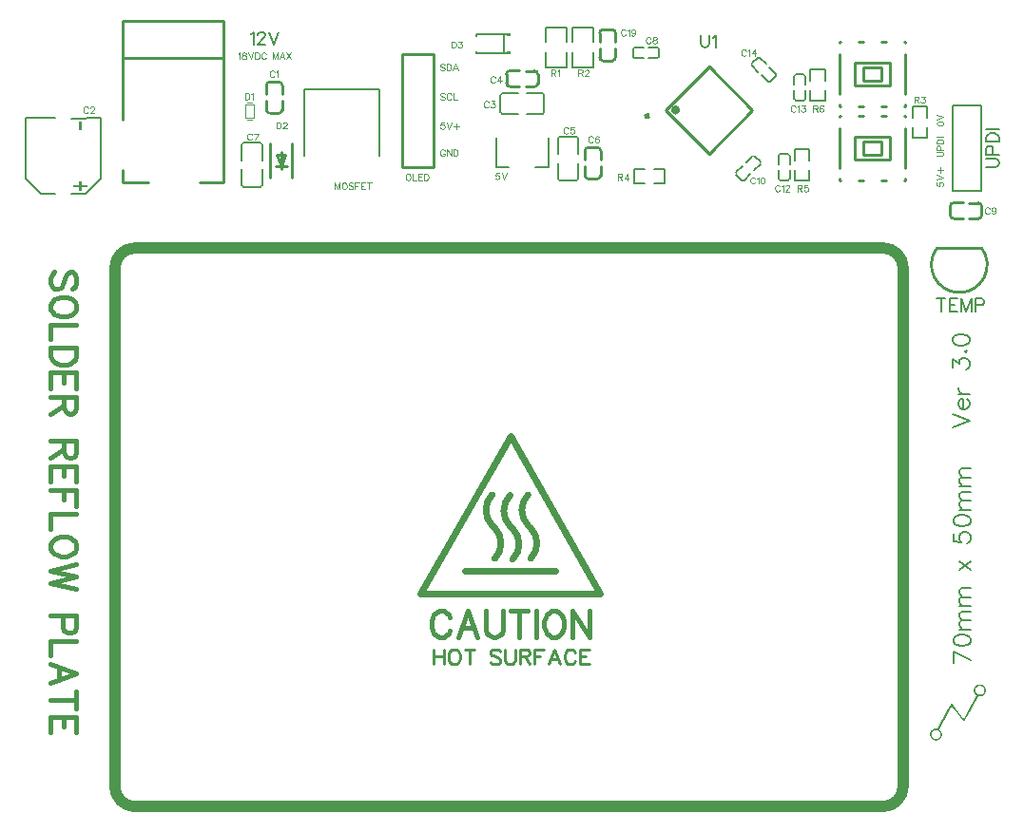
<source format=gto>
G04 Layer: TopSilkscreenLayer*
G04 EasyEDA v6.4.32, 2022-03-04 17:10:02*
G04 9e068ee103114b4da440d1e05eba0729,9b295ca1ffa148ecaf4cbe0d9ff7b9be,10*
G04 Gerber Generator version 0.2*
G04 Scale: 100 percent, Rotated: No, Reflected: No *
G04 Dimensions in inches *
G04 leading zeros omitted , absolute positions ,3 integer and 6 decimal *
%FSLAX36Y36*%
%MOIN*%

%ADD10C,0.0100*%
%ADD11C,0.0157*%
%ADD12C,0.0394*%
%ADD39C,0.0236*%
%ADD40C,0.0060*%
%ADD41C,0.0080*%
%ADD42C,0.0080*%
%ADD43C,0.0039*%
%ADD44C,0.0032*%
%ADD45C,0.0118*%
%ADD46C,0.0094*%
%ADD47C,0.0079*%
%ADD48C,0.0059*%

%LPD*%
G36*
X3379140Y507879D02*
G01*
X3377200Y507800D01*
X3375260Y507540D01*
X3373360Y507120D01*
X3371500Y506520D01*
X3369680Y505740D01*
X3367940Y504799D01*
X3366280Y503700D01*
X3364740Y502420D01*
X3363279Y500980D01*
X3361960Y499360D01*
X3360779Y497560D01*
X3359740Y495600D01*
X3358960Y493660D01*
X3358440Y491719D01*
X3358180Y489560D01*
X3358106Y486740D01*
X3363620Y486740D01*
X3363740Y488920D01*
X3364120Y490980D01*
X3364740Y492900D01*
X3365580Y494680D01*
X3366640Y496300D01*
X3367880Y497740D01*
X3369320Y499000D01*
X3370940Y500060D01*
X3372720Y500920D01*
X3374640Y501540D01*
X3376700Y501940D01*
X3378880Y502080D01*
X3381120Y501960D01*
X3383240Y501599D01*
X3385220Y500980D01*
X3387040Y500160D01*
X3388700Y499120D01*
X3390200Y497879D01*
X3391500Y496460D01*
X3392580Y494880D01*
X3393460Y493120D01*
X3394100Y491220D01*
X3394500Y489200D01*
X3394640Y487040D01*
X3394520Y484880D01*
X3394160Y482819D01*
X3393540Y480900D01*
X3392700Y479120D01*
X3391640Y477500D01*
X3390380Y476040D01*
X3388940Y474780D01*
X3387320Y473720D01*
X3385560Y472860D01*
X3383620Y472239D01*
X3381580Y471840D01*
X3379400Y471719D01*
X3377700Y471780D01*
X3375940Y472000D01*
X3374340Y472320D01*
X3373100Y472700D01*
X3370980Y473760D01*
X3369100Y475060D01*
X3367480Y476560D01*
X3366120Y478260D01*
X3365059Y480140D01*
X3364280Y482200D01*
X3363800Y484400D01*
X3363620Y486740D01*
X3358106Y486740D01*
X3358200Y484560D01*
X3358480Y482380D01*
X3358960Y480340D01*
X3359640Y478420D01*
X3360539Y476580D01*
X3361680Y474840D01*
X3363039Y473140D01*
X3364640Y471460D01*
X3367820Y468400D01*
X3333860Y406280D01*
X3322940Y386540D01*
X3322679Y386719D01*
X3321200Y388459D01*
X3314940Y396640D01*
X3305560Y409340D01*
X3287220Y434460D01*
X3282740Y440340D01*
X3282020Y440660D01*
X3281640Y440660D01*
X3281220Y440540D01*
X3280220Y439760D01*
X3278860Y438080D01*
X3277020Y435280D01*
X3271259Y425400D01*
X3261820Y408300D01*
X3231640Y353020D01*
X3223039Y353040D01*
X3220760Y352780D01*
X3218740Y352260D01*
X3216560Y351360D01*
X3213540Y349660D01*
X3210720Y347500D01*
X3208360Y345080D01*
X3206720Y342660D01*
X3206080Y341180D01*
X3205560Y339440D01*
X3205160Y337520D01*
X3204880Y335480D01*
X3204728Y332180D01*
X3209720Y332180D01*
X3209860Y334320D01*
X3210240Y336340D01*
X3210860Y338240D01*
X3211720Y339980D01*
X3212780Y341580D01*
X3214040Y343020D01*
X3215480Y344280D01*
X3217100Y345319D01*
X3218880Y346180D01*
X3220800Y346800D01*
X3222840Y347200D01*
X3225000Y347320D01*
X3228200Y347100D01*
X3231060Y346360D01*
X3233700Y345060D01*
X3236220Y343160D01*
X3237840Y341440D01*
X3239080Y339440D01*
X3239980Y337260D01*
X3240520Y334920D01*
X3240720Y332520D01*
X3240580Y330100D01*
X3240120Y327700D01*
X3239340Y325420D01*
X3238260Y323300D01*
X3236860Y321400D01*
X3235160Y319780D01*
X3233180Y318500D01*
X3230160Y317460D01*
X3226640Y316960D01*
X3223180Y317060D01*
X3220280Y317780D01*
X3217799Y319000D01*
X3215659Y320379D01*
X3213840Y321920D01*
X3212360Y323640D01*
X3211200Y325520D01*
X3210380Y327560D01*
X3209880Y329780D01*
X3209720Y332180D01*
X3204728Y332180D01*
X3204860Y329219D01*
X3205140Y327299D01*
X3205620Y325360D01*
X3206340Y323500D01*
X3207260Y321719D01*
X3208340Y320060D01*
X3209620Y318500D01*
X3211040Y317040D01*
X3212600Y315740D01*
X3214280Y314560D01*
X3216060Y313540D01*
X3217940Y312680D01*
X3219900Y311980D01*
X3221900Y311480D01*
X3223960Y311140D01*
X3226019Y311020D01*
X3228120Y311120D01*
X3230200Y311420D01*
X3232860Y312140D01*
X3235340Y313160D01*
X3237620Y314480D01*
X3239680Y316040D01*
X3241480Y317840D01*
X3243039Y319900D01*
X3244300Y322140D01*
X3245240Y324600D01*
X3245840Y326780D01*
X3246240Y328920D01*
X3246440Y331040D01*
X3246460Y333100D01*
X3246280Y335120D01*
X3245920Y337080D01*
X3245360Y339000D01*
X3244640Y340840D01*
X3243700Y342620D01*
X3242600Y344320D01*
X3241320Y345940D01*
X3239860Y347480D01*
X3236740Y350460D01*
X3270520Y412200D01*
X3279480Y428420D01*
X3281420Y431800D01*
X3281660Y431659D01*
X3285460Y426980D01*
X3292840Y417200D01*
X3311160Y392120D01*
X3319700Y380700D01*
X3321240Y379200D01*
X3322640Y378540D01*
X3323980Y378740D01*
X3325360Y379720D01*
X3326960Y382320D01*
X3335920Y398220D01*
X3349800Y423519D01*
X3372919Y466000D01*
X3378440Y465959D01*
X3380840Y466019D01*
X3383100Y466300D01*
X3385240Y466740D01*
X3387260Y467400D01*
X3389160Y468260D01*
X3390960Y469320D01*
X3392660Y470580D01*
X3394280Y472060D01*
X3396440Y474700D01*
X3398340Y477879D01*
X3399660Y481019D01*
X3400380Y484960D01*
X3400600Y485360D01*
X3401139Y485620D01*
X3401360Y485920D01*
X3401560Y486900D01*
X3401360Y487879D01*
X3401139Y488160D01*
X3400600Y488420D01*
X3400380Y488840D01*
X3400040Y491200D01*
X3399700Y492560D01*
X3398540Y495600D01*
X3397500Y497560D01*
X3396320Y499360D01*
X3395000Y500980D01*
X3393540Y502420D01*
X3391980Y503700D01*
X3390320Y504799D01*
X3388600Y505740D01*
X3386780Y506520D01*
X3384920Y507120D01*
X3383020Y507540D01*
X3381080Y507800D01*
G37*
D46*
X1464614Y630446D02*
G01*
X1464614Y577847D01*
X1499614Y630446D02*
G01*
X1499614Y577847D01*
X1464614Y605347D02*
G01*
X1499614Y605347D01*
X1531214Y630446D02*
G01*
X1526214Y627946D01*
X1521214Y622946D01*
X1518714Y617847D01*
X1516214Y610347D01*
X1516214Y597847D01*
X1518714Y590347D01*
X1521214Y585347D01*
X1526214Y580347D01*
X1531214Y577847D01*
X1541214Y577847D01*
X1546214Y580347D01*
X1551214Y585347D01*
X1553714Y590347D01*
X1556314Y597847D01*
X1556314Y610347D01*
X1553714Y617847D01*
X1551214Y622946D01*
X1546214Y627946D01*
X1541214Y630446D01*
X1531214Y630446D01*
X1590313Y630446D02*
G01*
X1590313Y577847D01*
X1572813Y630446D02*
G01*
X1607914Y630446D01*
X1698113Y622946D02*
G01*
X1693014Y627946D01*
X1685514Y630446D01*
X1675514Y630446D01*
X1668014Y627946D01*
X1663014Y622946D01*
X1663014Y617847D01*
X1665514Y612847D01*
X1668014Y610347D01*
X1673014Y607847D01*
X1688014Y602847D01*
X1693014Y600347D01*
X1695514Y597847D01*
X1698113Y592847D01*
X1698113Y585347D01*
X1693014Y580347D01*
X1685514Y577847D01*
X1675514Y577847D01*
X1668014Y580347D01*
X1663014Y585347D01*
X1714614Y630446D02*
G01*
X1714614Y592847D01*
X1717114Y585347D01*
X1722114Y580347D01*
X1729614Y577847D01*
X1734614Y577847D01*
X1742114Y580347D01*
X1747214Y585347D01*
X1749714Y592847D01*
X1749714Y630446D01*
X1766214Y630446D02*
G01*
X1766214Y577847D01*
X1766214Y630446D02*
G01*
X1788714Y630446D01*
X1796314Y627946D01*
X1798814Y625446D01*
X1801314Y620446D01*
X1801314Y615347D01*
X1798814Y610347D01*
X1796314Y607847D01*
X1788714Y605347D01*
X1766214Y605347D01*
X1783714Y605347D02*
G01*
X1801314Y577847D01*
X1817813Y630446D02*
G01*
X1817813Y577847D01*
X1817813Y630446D02*
G01*
X1850414Y630446D01*
X1817813Y605347D02*
G01*
X1837914Y605347D01*
X1887013Y630446D02*
G01*
X1866913Y577847D01*
X1887013Y630446D02*
G01*
X1907013Y577847D01*
X1874413Y595347D02*
G01*
X1899513Y595347D01*
X1961113Y617847D02*
G01*
X1958613Y622946D01*
X1953613Y627946D01*
X1948613Y630446D01*
X1938613Y630446D01*
X1933613Y627946D01*
X1928513Y622946D01*
X1926013Y617847D01*
X1923513Y610347D01*
X1923513Y597847D01*
X1926013Y590347D01*
X1928513Y585347D01*
X1933613Y580347D01*
X1938613Y577847D01*
X1948613Y577847D01*
X1953613Y580347D01*
X1958613Y585347D01*
X1961113Y590347D01*
X1977713Y630446D02*
G01*
X1977713Y577847D01*
X1977713Y630446D02*
G01*
X2010213Y630446D01*
X1977713Y605347D02*
G01*
X1997713Y605347D01*
X1977713Y577847D02*
G01*
X2010213Y577847D01*
D11*
X1521135Y743144D02*
G01*
X1516835Y751745D01*
X1508235Y760345D01*
X1499634Y764645D01*
X1482434Y764645D01*
X1473834Y760345D01*
X1465235Y751745D01*
X1461035Y743144D01*
X1456734Y730244D01*
X1456734Y708845D01*
X1461035Y695945D01*
X1465235Y687345D01*
X1473834Y678744D01*
X1482434Y674445D01*
X1499634Y674445D01*
X1508235Y678744D01*
X1516835Y687345D01*
X1521135Y695945D01*
X1583834Y764645D02*
G01*
X1549435Y674445D01*
X1583834Y764645D02*
G01*
X1618135Y674445D01*
X1562335Y704544D02*
G01*
X1605334Y704544D01*
X1646535Y764645D02*
G01*
X1646535Y700244D01*
X1650834Y687345D01*
X1659435Y678744D01*
X1672335Y674445D01*
X1680934Y674445D01*
X1693734Y678744D01*
X1702335Y687345D01*
X1706634Y700244D01*
X1706634Y764645D01*
X1765034Y764645D02*
G01*
X1765034Y674445D01*
X1735034Y764645D02*
G01*
X1795135Y764645D01*
X1823434Y764645D02*
G01*
X1823434Y674445D01*
X1877635Y764645D02*
G01*
X1869035Y760345D01*
X1860434Y751745D01*
X1856135Y743144D01*
X1851835Y730244D01*
X1851835Y708845D01*
X1856135Y695945D01*
X1860434Y687345D01*
X1869035Y678744D01*
X1877635Y674445D01*
X1894735Y674445D01*
X1903334Y678744D01*
X1911935Y687345D01*
X1916234Y695945D01*
X1920534Y708845D01*
X1920534Y730244D01*
X1916234Y743144D01*
X1911935Y751745D01*
X1903334Y760345D01*
X1894735Y764645D01*
X1877635Y764645D01*
X1948935Y764645D02*
G01*
X1948935Y674445D01*
X1948935Y764645D02*
G01*
X2009035Y674445D01*
X2009035Y764645D02*
G01*
X2009035Y674445D01*
D47*
X3282899Y1409499D02*
G01*
X3343000Y1432399D01*
X3282899Y1455300D02*
G01*
X3343000Y1432399D01*
X3320100Y1474200D02*
G01*
X3320100Y1508499D01*
X3314399Y1508499D01*
X3308699Y1505700D01*
X3305799Y1502800D01*
X3302899Y1497100D01*
X3302899Y1488499D01*
X3305799Y1482699D01*
X3311499Y1476999D01*
X3320100Y1474200D01*
X3325799Y1474200D01*
X3334399Y1476999D01*
X3340200Y1482699D01*
X3343000Y1488499D01*
X3343000Y1497100D01*
X3340200Y1502800D01*
X3334399Y1508499D01*
X3302899Y1527399D02*
G01*
X3343000Y1527399D01*
X3320100Y1527399D02*
G01*
X3311499Y1530300D01*
X3305799Y1535999D01*
X3302899Y1541700D01*
X3302899Y1550300D01*
X3282899Y1619000D02*
G01*
X3282899Y1650500D01*
X3305799Y1633400D01*
X3305799Y1641900D01*
X3308699Y1647699D01*
X3311499Y1650500D01*
X3320100Y1653400D01*
X3325799Y1653400D01*
X3334399Y1650500D01*
X3340200Y1644800D01*
X3343000Y1636199D01*
X3343000Y1627600D01*
X3340200Y1619000D01*
X3337299Y1616199D01*
X3331599Y1613299D01*
X3328699Y1675199D02*
G01*
X3331599Y1672300D01*
X3334399Y1675199D01*
X3331599Y1678000D01*
X3328699Y1675199D01*
X3282899Y1714099D02*
G01*
X3285699Y1705500D01*
X3294300Y1699800D01*
X3308699Y1696900D01*
X3317200Y1696900D01*
X3331599Y1699800D01*
X3340200Y1705500D01*
X3343000Y1714099D01*
X3343000Y1719800D01*
X3340200Y1728400D01*
X3331599Y1734099D01*
X3317200Y1736999D01*
X3308699Y1736999D01*
X3294300Y1734099D01*
X3285699Y1728400D01*
X3282899Y1719800D01*
X3282899Y1714099D01*
X3286855Y622719D02*
G01*
X3346956Y594119D01*
X3286855Y582719D02*
G01*
X3286855Y622719D01*
X3286855Y658818D02*
G01*
X3289656Y650219D01*
X3298256Y644519D01*
X3312556Y641619D01*
X3321156Y641619D01*
X3335456Y644519D01*
X3344056Y650219D01*
X3346956Y658818D01*
X3346956Y664618D01*
X3344056Y673119D01*
X3335456Y678919D01*
X3321156Y681718D01*
X3312556Y681718D01*
X3298256Y678919D01*
X3289656Y673119D01*
X3286855Y664618D01*
X3286855Y658818D01*
X3306855Y700619D02*
G01*
X3346956Y700619D01*
X3318356Y700619D02*
G01*
X3309755Y709218D01*
X3306855Y714918D01*
X3306855Y723519D01*
X3309755Y729319D01*
X3318356Y732118D01*
X3346956Y732118D01*
X3318356Y732118D02*
G01*
X3309755Y740718D01*
X3306855Y746419D01*
X3306855Y755019D01*
X3309755Y760819D01*
X3318356Y763618D01*
X3346956Y763618D01*
X3306855Y782519D02*
G01*
X3346956Y782519D01*
X3318356Y782519D02*
G01*
X3309755Y791118D01*
X3306855Y796819D01*
X3306855Y805419D01*
X3309755Y811219D01*
X3318356Y814018D01*
X3346956Y814018D01*
X3318356Y814018D02*
G01*
X3309755Y822618D01*
X3306855Y828319D01*
X3306855Y836918D01*
X3309755Y842618D01*
X3318356Y845518D01*
X3346956Y845518D01*
X3306855Y908519D02*
G01*
X3346956Y940019D01*
X3306855Y940019D02*
G01*
X3346956Y908519D01*
X3286855Y1037319D02*
G01*
X3286855Y1008719D01*
X3312556Y1005918D01*
X3309755Y1008719D01*
X3306855Y1017319D01*
X3306855Y1025918D01*
X3309755Y1034519D01*
X3315456Y1040219D01*
X3324056Y1043119D01*
X3329755Y1043119D01*
X3338356Y1040219D01*
X3344056Y1034519D01*
X3346956Y1025918D01*
X3346956Y1017319D01*
X3344056Y1008719D01*
X3341256Y1005918D01*
X3335456Y1003018D01*
X3286855Y1079218D02*
G01*
X3289656Y1070619D01*
X3298256Y1064819D01*
X3312556Y1062019D01*
X3321156Y1062019D01*
X3335456Y1064819D01*
X3344056Y1070619D01*
X3346956Y1079218D01*
X3346956Y1084918D01*
X3344056Y1093519D01*
X3335456Y1099218D01*
X3321156Y1102118D01*
X3312556Y1102118D01*
X3298256Y1099218D01*
X3289656Y1093519D01*
X3286855Y1084918D01*
X3286855Y1079218D01*
X3306855Y1121019D02*
G01*
X3346956Y1121019D01*
X3318356Y1121019D02*
G01*
X3309755Y1129519D01*
X3306855Y1135318D01*
X3306855Y1143919D01*
X3309755Y1149618D01*
X3318356Y1152519D01*
X3346956Y1152519D01*
X3318356Y1152519D02*
G01*
X3309755Y1161019D01*
X3306855Y1166819D01*
X3306855Y1175419D01*
X3309755Y1181118D01*
X3318356Y1183919D01*
X3346956Y1183919D01*
X3306855Y1202818D02*
G01*
X3346956Y1202818D01*
X3318356Y1202818D02*
G01*
X3309755Y1211419D01*
X3306855Y1217219D01*
X3306855Y1225819D01*
X3309755Y1231518D01*
X3318356Y1234319D01*
X3346956Y1234319D01*
X3318356Y1234319D02*
G01*
X3309755Y1242919D01*
X3306855Y1248719D01*
X3306855Y1257219D01*
X3309755Y1263018D01*
X3318356Y1265819D01*
X3346956Y1265819D01*
D11*
X198838Y1894960D02*
G01*
X207438Y1903560D01*
X211738Y1916460D01*
X211738Y1933661D01*
X207438Y1946561D01*
X198838Y1955160D01*
X190237Y1955160D01*
X181637Y1950860D01*
X177337Y1946561D01*
X173038Y1937961D01*
X164438Y1912161D01*
X160138Y1903560D01*
X155837Y1899261D01*
X147337Y1894960D01*
X134438Y1894960D01*
X125837Y1903560D01*
X121538Y1916460D01*
X121538Y1933661D01*
X125837Y1946561D01*
X134438Y1955160D01*
X211738Y1840860D02*
G01*
X207438Y1849461D01*
X198838Y1858060D01*
X190237Y1862361D01*
X177337Y1866660D01*
X155837Y1866660D01*
X143038Y1862361D01*
X134438Y1858060D01*
X125837Y1849461D01*
X121538Y1840860D01*
X121538Y1823760D01*
X125837Y1815160D01*
X134438Y1806561D01*
X143038Y1802260D01*
X155837Y1797961D01*
X177337Y1797961D01*
X190237Y1802260D01*
X198838Y1806561D01*
X207438Y1815160D01*
X211738Y1823760D01*
X211738Y1840860D01*
X211738Y1769560D02*
G01*
X121538Y1769560D01*
X121538Y1769560D02*
G01*
X121538Y1718060D01*
X211738Y1689760D02*
G01*
X121538Y1689760D01*
X211738Y1689760D02*
G01*
X211738Y1659661D01*
X207438Y1646761D01*
X198838Y1638161D01*
X190237Y1633861D01*
X177337Y1629560D01*
X155837Y1629560D01*
X143038Y1633861D01*
X134438Y1638161D01*
X125837Y1646761D01*
X121538Y1659661D01*
X121538Y1689760D01*
X211738Y1601260D02*
G01*
X121538Y1601260D01*
X211738Y1601260D02*
G01*
X211738Y1545360D01*
X168737Y1601260D02*
G01*
X168737Y1566860D01*
X121538Y1601260D02*
G01*
X121538Y1545360D01*
X211738Y1517060D02*
G01*
X121538Y1517060D01*
X211738Y1517060D02*
G01*
X211738Y1478360D01*
X207438Y1465560D01*
X203137Y1461260D01*
X194537Y1456961D01*
X185938Y1456961D01*
X177337Y1461260D01*
X173038Y1465560D01*
X168737Y1478360D01*
X168737Y1517060D01*
X168737Y1486961D02*
G01*
X121538Y1456961D01*
X211738Y1362460D02*
G01*
X121538Y1362460D01*
X211738Y1362460D02*
G01*
X211738Y1323760D01*
X207438Y1310860D01*
X203137Y1306561D01*
X194537Y1302260D01*
X185938Y1302260D01*
X177337Y1306561D01*
X173038Y1310860D01*
X168737Y1323760D01*
X168737Y1362460D01*
X168737Y1332361D02*
G01*
X121538Y1302260D01*
X211738Y1273960D02*
G01*
X121538Y1273960D01*
X211738Y1273960D02*
G01*
X211738Y1218161D01*
X168737Y1273960D02*
G01*
X168737Y1239560D01*
X121538Y1273960D02*
G01*
X121538Y1218161D01*
X211738Y1189760D02*
G01*
X121538Y1189760D01*
X211738Y1189760D02*
G01*
X211738Y1133960D01*
X168737Y1189760D02*
G01*
X168737Y1155461D01*
X211738Y1105560D02*
G01*
X121538Y1105560D01*
X121538Y1105560D02*
G01*
X121538Y1054061D01*
X211738Y999960D02*
G01*
X207438Y1008560D01*
X198838Y1017161D01*
X190237Y1021460D01*
X177337Y1025761D01*
X155837Y1025761D01*
X143038Y1021460D01*
X134438Y1017161D01*
X125837Y1008560D01*
X121538Y999960D01*
X121538Y982761D01*
X125837Y974160D01*
X134438Y965560D01*
X143038Y961260D01*
X155837Y956961D01*
X177337Y956961D01*
X190237Y961260D01*
X198838Y965560D01*
X207438Y974160D01*
X211738Y982761D01*
X211738Y999960D01*
X211738Y928661D02*
G01*
X121538Y907161D01*
X211738Y885661D02*
G01*
X121538Y907161D01*
X211738Y885661D02*
G01*
X121538Y864261D01*
X211738Y842761D02*
G01*
X121538Y864261D01*
X211738Y748261D02*
G01*
X121538Y748261D01*
X211738Y748261D02*
G01*
X211738Y709661D01*
X207438Y696761D01*
X203137Y692460D01*
X194537Y688161D01*
X181637Y688161D01*
X173038Y692460D01*
X168737Y696761D01*
X164438Y709661D01*
X164438Y748261D01*
X211738Y659760D02*
G01*
X121538Y659760D01*
X121538Y659760D02*
G01*
X121538Y608261D01*
X211738Y545560D02*
G01*
X121538Y579861D01*
X211738Y545560D02*
G01*
X121538Y511161D01*
X151637Y567060D02*
G01*
X151637Y524061D01*
X211738Y452761D02*
G01*
X121538Y452761D01*
X211738Y482860D02*
G01*
X211738Y422761D01*
X211738Y394360D02*
G01*
X121538Y394360D01*
X211738Y394360D02*
G01*
X211738Y338560D01*
X168737Y394360D02*
G01*
X168737Y359960D01*
X121538Y394360D02*
G01*
X121538Y338560D01*
D43*
X779492Y2720333D02*
G01*
X781692Y2721433D01*
X784891Y2724634D01*
X784891Y2702033D01*
X797391Y2724634D02*
G01*
X794092Y2723533D01*
X793091Y2721433D01*
X793091Y2719234D01*
X794092Y2717134D01*
X796292Y2716033D01*
X800591Y2714933D01*
X803792Y2713933D01*
X805892Y2711734D01*
X806992Y2709634D01*
X806992Y2706334D01*
X805892Y2704234D01*
X804891Y2703134D01*
X801692Y2702033D01*
X797391Y2702033D01*
X794092Y2703134D01*
X793091Y2704234D01*
X791992Y2706334D01*
X791992Y2709634D01*
X793091Y2711734D01*
X795191Y2713933D01*
X798392Y2714933D01*
X802691Y2716033D01*
X804891Y2717134D01*
X805892Y2719234D01*
X805892Y2721433D01*
X804891Y2723533D01*
X801692Y2724634D01*
X797391Y2724634D01*
X814092Y2724634D02*
G01*
X822691Y2702033D01*
X831292Y2724634D02*
G01*
X822691Y2702033D01*
X838392Y2724634D02*
G01*
X838392Y2702033D01*
X838392Y2724634D02*
G01*
X845892Y2724634D01*
X849092Y2723533D01*
X851292Y2721433D01*
X852291Y2719234D01*
X853392Y2716033D01*
X853392Y2710634D01*
X852291Y2707433D01*
X851292Y2705333D01*
X849092Y2703134D01*
X845892Y2702033D01*
X838392Y2702033D01*
X876592Y2719234D02*
G01*
X875492Y2721433D01*
X873392Y2723533D01*
X871192Y2724634D01*
X866891Y2724634D01*
X864791Y2723533D01*
X862592Y2721433D01*
X861592Y2719234D01*
X860492Y2716033D01*
X860492Y2710634D01*
X861592Y2707433D01*
X862592Y2705333D01*
X864791Y2703134D01*
X866891Y2702033D01*
X871192Y2702033D01*
X873392Y2703134D01*
X875492Y2705333D01*
X876592Y2707433D01*
X900191Y2724634D02*
G01*
X900191Y2702033D01*
X900191Y2724634D02*
G01*
X908792Y2702033D01*
X917391Y2724634D02*
G01*
X908792Y2702033D01*
X917391Y2724634D02*
G01*
X917391Y2702033D01*
X933091Y2724634D02*
G01*
X924492Y2702033D01*
X933091Y2724634D02*
G01*
X941692Y2702033D01*
X927691Y2709634D02*
G01*
X938392Y2709634D01*
X948792Y2724634D02*
G01*
X963792Y2702033D01*
X963792Y2724634D02*
G01*
X948792Y2702033D01*
X3228161Y2268737D02*
G01*
X3228161Y2258038D01*
X3237761Y2256938D01*
X3236760Y2258038D01*
X3235661Y2261237D01*
X3235661Y2264537D01*
X3236760Y2267737D01*
X3238860Y2269837D01*
X3242061Y2270938D01*
X3244260Y2270938D01*
X3247461Y2269837D01*
X3249561Y2267737D01*
X3250661Y2264537D01*
X3250661Y2261237D01*
X3249561Y2258038D01*
X3248560Y2256938D01*
X3246360Y2255938D01*
X3228161Y2278038D02*
G01*
X3250661Y2286637D01*
X3228161Y2295237D02*
G01*
X3250661Y2286637D01*
X3231360Y2311938D02*
G01*
X3250661Y2311938D01*
X3240960Y2302238D02*
G01*
X3240960Y2321637D01*
X3228161Y2361738D02*
G01*
X3244260Y2361738D01*
X3247461Y2362838D01*
X3249561Y2365037D01*
X3250661Y2368238D01*
X3250661Y2370338D01*
X3249561Y2373537D01*
X3247461Y2375738D01*
X3244260Y2376837D01*
X3228161Y2376837D01*
X3228161Y2383937D02*
G01*
X3250661Y2383937D01*
X3228161Y2383937D02*
G01*
X3228161Y2393537D01*
X3229161Y2396738D01*
X3230261Y2397838D01*
X3232461Y2398937D01*
X3235661Y2398937D01*
X3237761Y2397838D01*
X3238860Y2396738D01*
X3239961Y2393537D01*
X3239961Y2383937D01*
X3228161Y2406037D02*
G01*
X3250661Y2406037D01*
X3228161Y2406037D02*
G01*
X3228161Y2413537D01*
X3229161Y2416738D01*
X3231360Y2418937D01*
X3233460Y2419938D01*
X3236760Y2421037D01*
X3242061Y2421037D01*
X3245261Y2419938D01*
X3247461Y2418937D01*
X3249561Y2416738D01*
X3250661Y2413537D01*
X3250661Y2406037D01*
X3228161Y2428137D02*
G01*
X3250661Y2428137D01*
X3228161Y2474738D02*
G01*
X3229161Y2471538D01*
X3232461Y2469337D01*
X3237761Y2468238D01*
X3240960Y2468238D01*
X3246360Y2469337D01*
X3249561Y2471538D01*
X3250661Y2474738D01*
X3250661Y2476837D01*
X3249561Y2480138D01*
X3246360Y2482238D01*
X3240960Y2483337D01*
X3237761Y2483337D01*
X3232461Y2482238D01*
X3229161Y2480138D01*
X3228161Y2476837D01*
X3228161Y2474738D01*
X3228161Y2490437D02*
G01*
X3250661Y2499038D01*
X3228161Y2507537D02*
G01*
X3250661Y2499038D01*
X2224777Y2774400D02*
G01*
X2223676Y2776500D01*
X2221576Y2778699D01*
X2219377Y2779699D01*
X2215077Y2779701D01*
X2212977Y2778699D01*
X2210776Y2776498D01*
X2209776Y2774400D01*
X2208676Y2771100D01*
X2208678Y2765799D01*
X2209777Y2762600D01*
X2210776Y2760399D01*
X2212977Y2758299D01*
X2215077Y2757199D01*
X2219377Y2757199D01*
X2221576Y2758299D01*
X2223676Y2760399D01*
X2224777Y2762600D01*
X2237177Y2779699D02*
G01*
X2233977Y2778699D01*
X2232878Y2776500D01*
X2232878Y2774400D01*
X2233977Y2772199D01*
X2236178Y2771100D01*
X2240477Y2770100D01*
X2243676Y2769000D01*
X2245776Y2766900D01*
X2246877Y2764699D01*
X2246877Y2761500D01*
X2245776Y2759299D01*
X2244777Y2758299D01*
X2241477Y2757199D01*
X2237177Y2757199D01*
X2233977Y2758299D01*
X2232876Y2759299D01*
X2231877Y2761500D01*
X2231877Y2764701D01*
X2232876Y2766900D01*
X2235077Y2769000D01*
X2238276Y2770099D01*
X2242577Y2771100D01*
X2244777Y2772199D01*
X2245776Y2774400D01*
X2245776Y2776500D01*
X2244777Y2778699D01*
X2241477Y2779699D01*
X2237177Y2779699D01*
X3149589Y2571078D02*
G01*
X3149589Y2548479D01*
X3149589Y2571078D02*
G01*
X3159290Y2571078D01*
X3162489Y2569978D01*
X3163590Y2568879D01*
X3164589Y2566779D01*
X3164589Y2564679D01*
X3163590Y2562478D01*
X3162489Y2561379D01*
X3159290Y2560378D01*
X3149589Y2560378D01*
X3157089Y2560378D02*
G01*
X3164589Y2548479D01*
X3173890Y2571078D02*
G01*
X3185690Y2571078D01*
X3179189Y2562478D01*
X3182489Y2562478D01*
X3184589Y2561379D01*
X3185690Y2560378D01*
X3186790Y2557078D01*
X3186790Y2554978D01*
X3185690Y2551779D01*
X3183490Y2549578D01*
X3180290Y2548479D01*
X3177089Y2548479D01*
X3173890Y2549578D01*
X3172790Y2550679D01*
X3171689Y2552779D01*
D40*
X2401567Y2785551D02*
G01*
X2401567Y2754850D01*
X2403567Y2748751D01*
X2407667Y2744650D01*
X2413868Y2742651D01*
X2417968Y2742651D01*
X2424067Y2744650D01*
X2428167Y2748751D01*
X2430168Y2754850D01*
X2430168Y2785551D01*
X2443667Y2777350D02*
G01*
X2447767Y2779452D01*
X2453968Y2785551D01*
X2453968Y2742651D01*
D48*
X3401179Y2322818D02*
G01*
X3433379Y2322818D01*
X3439778Y2325018D01*
X3444079Y2329317D01*
X3446279Y2335718D01*
X3446279Y2340018D01*
X3444079Y2346417D01*
X3439778Y2350718D01*
X3433379Y2352917D01*
X3401179Y2352917D01*
X3401179Y2367017D02*
G01*
X3446279Y2367017D01*
X3401179Y2367017D02*
G01*
X3401179Y2386417D01*
X3403279Y2392818D01*
X3405478Y2395018D01*
X3409678Y2397118D01*
X3416179Y2397118D01*
X3420478Y2395018D01*
X3422578Y2392818D01*
X3424778Y2386417D01*
X3424778Y2367017D01*
X3401179Y2411318D02*
G01*
X3446279Y2411318D01*
X3401179Y2411318D02*
G01*
X3401179Y2426318D01*
X3403279Y2432818D01*
X3407578Y2437118D01*
X3411878Y2439218D01*
X3418279Y2441417D01*
X3429079Y2441417D01*
X3435478Y2439218D01*
X3439778Y2437118D01*
X3444079Y2432818D01*
X3446279Y2426318D01*
X3446279Y2411318D01*
X3401179Y2455518D02*
G01*
X3446279Y2455518D01*
D40*
X822833Y2789162D02*
G01*
X826932Y2791262D01*
X833032Y2797363D01*
X833032Y2754463D01*
X848632Y2787163D02*
G01*
X848632Y2789162D01*
X850632Y2793263D01*
X852732Y2795363D01*
X856832Y2797363D01*
X864933Y2797363D01*
X869032Y2795363D01*
X871132Y2793263D01*
X873132Y2789162D01*
X873132Y2785063D01*
X871132Y2780963D01*
X867033Y2774863D01*
X846532Y2754463D01*
X875232Y2754463D01*
X888733Y2797363D02*
G01*
X905033Y2754463D01*
X921432Y2797363D02*
G01*
X905033Y2754463D01*
D43*
X2110168Y2299333D02*
G01*
X2110168Y2276833D01*
X2110168Y2299333D02*
G01*
X2119867Y2299333D01*
X2123068Y2298334D01*
X2124167Y2297233D01*
X2125267Y2295133D01*
X2125267Y2292934D01*
X2124167Y2290834D01*
X2123068Y2289733D01*
X2119867Y2288634D01*
X2110168Y2288634D01*
X2117767Y2288634D02*
G01*
X2125267Y2276833D01*
X2143068Y2299333D02*
G01*
X2132367Y2284333D01*
X2148468Y2284333D01*
X2143068Y2299333D02*
G01*
X2143068Y2276833D01*
X2740200Y2260100D02*
G01*
X2740200Y2237500D01*
X2740200Y2260100D02*
G01*
X2749799Y2260100D01*
X2753000Y2259000D01*
X2754099Y2257899D01*
X2755200Y2255799D01*
X2755200Y2253600D01*
X2754099Y2251500D01*
X2753000Y2250399D01*
X2749799Y2249299D01*
X2740200Y2249299D01*
X2747700Y2249299D02*
G01*
X2755200Y2237500D01*
X2775200Y2260100D02*
G01*
X2764399Y2260100D01*
X2763400Y2250399D01*
X2764399Y2251500D01*
X2767600Y2252500D01*
X2770900Y2252500D01*
X2774099Y2251500D01*
X2776199Y2249299D01*
X2777299Y2246100D01*
X2777299Y2244000D01*
X2776199Y2240700D01*
X2774099Y2238600D01*
X2770900Y2237500D01*
X2767600Y2237500D01*
X2764399Y2238600D01*
X2763400Y2239699D01*
X2762299Y2241799D01*
X2795317Y2539630D02*
G01*
X2795317Y2517031D01*
X2795317Y2539630D02*
G01*
X2805018Y2539630D01*
X2808217Y2538530D01*
X2809218Y2537431D01*
X2810317Y2535331D01*
X2810317Y2533130D01*
X2809218Y2531030D01*
X2808217Y2529931D01*
X2805018Y2528831D01*
X2795317Y2528831D01*
X2802817Y2528831D02*
G01*
X2810317Y2517031D01*
X2830317Y2536331D02*
G01*
X2829218Y2538530D01*
X2826018Y2539630D01*
X2823918Y2539630D01*
X2820618Y2538530D01*
X2818518Y2535331D01*
X2817417Y2529931D01*
X2817417Y2524531D01*
X2818518Y2520230D01*
X2820618Y2518130D01*
X2823918Y2517031D01*
X2824917Y2517031D01*
X2828118Y2518130D01*
X2830317Y2520230D01*
X2831418Y2523530D01*
X2831418Y2524531D01*
X2830317Y2527730D01*
X2828118Y2529931D01*
X2824917Y2531030D01*
X2823918Y2531030D01*
X2820618Y2529931D01*
X2818518Y2527730D01*
X2817417Y2524531D01*
X1527543Y2764002D02*
G01*
X1527543Y2741401D01*
X1527543Y2764002D02*
G01*
X1535043Y2764002D01*
X1538343Y2762901D01*
X1540443Y2760801D01*
X1541544Y2758602D01*
X1542543Y2755401D01*
X1542543Y2750001D01*
X1541544Y2746801D01*
X1540443Y2744702D01*
X1538343Y2742501D01*
X1535043Y2741401D01*
X1527543Y2741401D01*
X1551844Y2764002D02*
G01*
X1563644Y2764002D01*
X1557244Y2755401D01*
X1560443Y2755401D01*
X1562543Y2754301D01*
X1563644Y2753301D01*
X1564744Y2750001D01*
X1564744Y2747901D01*
X1563644Y2744702D01*
X1561444Y2742501D01*
X1558244Y2741401D01*
X1555043Y2741401D01*
X1551844Y2742501D01*
X1550744Y2743602D01*
X1549643Y2745702D01*
X827124Y2435823D02*
G01*
X826023Y2437923D01*
X823923Y2440124D01*
X821724Y2441124D01*
X817424Y2441124D01*
X815324Y2440124D01*
X813123Y2437923D01*
X812124Y2435823D01*
X811023Y2432523D01*
X811023Y2427224D01*
X812124Y2424023D01*
X813123Y2421824D01*
X815324Y2419724D01*
X817424Y2418624D01*
X821724Y2418624D01*
X823923Y2419724D01*
X826023Y2421824D01*
X827124Y2424023D01*
X849224Y2441124D02*
G01*
X838523Y2418624D01*
X834224Y2441124D02*
G01*
X849224Y2441124D01*
X913386Y2480493D02*
G01*
X913386Y2457993D01*
X913386Y2480493D02*
G01*
X920886Y2480493D01*
X924085Y2479493D01*
X926286Y2477294D01*
X927385Y2475194D01*
X928386Y2471894D01*
X928386Y2466594D01*
X927385Y2463393D01*
X926286Y2461194D01*
X924085Y2459094D01*
X920886Y2457993D01*
X913386Y2457993D01*
X936585Y2475194D02*
G01*
X936585Y2476194D01*
X937686Y2478393D01*
X938685Y2479493D01*
X940886Y2480493D01*
X945186Y2480493D01*
X947286Y2479493D01*
X948386Y2478393D01*
X949485Y2476194D01*
X949485Y2474094D01*
X948386Y2471894D01*
X946286Y2468694D01*
X935486Y2457993D01*
X950586Y2457993D01*
X1372623Y2299454D02*
G01*
X1370424Y2298355D01*
X1368324Y2296154D01*
X1367223Y2294054D01*
X1366123Y2290855D01*
X1366123Y2285455D01*
X1367223Y2282255D01*
X1368324Y2280055D01*
X1370424Y2277955D01*
X1372623Y2276855D01*
X1376923Y2276855D01*
X1379023Y2277955D01*
X1381123Y2280055D01*
X1382223Y2282255D01*
X1383324Y2285455D01*
X1383324Y2290855D01*
X1382223Y2294054D01*
X1381123Y2296154D01*
X1379023Y2298355D01*
X1376923Y2299454D01*
X1372623Y2299454D01*
X1390424Y2299454D02*
G01*
X1390424Y2276855D01*
X1390424Y2276855D02*
G01*
X1403324Y2276855D01*
X1410424Y2299454D02*
G01*
X1410424Y2276855D01*
X1410424Y2299454D02*
G01*
X1424323Y2299454D01*
X1410424Y2288654D02*
G01*
X1418923Y2288654D01*
X1410424Y2276855D02*
G01*
X1424323Y2276855D01*
X1431423Y2299454D02*
G01*
X1431423Y2276855D01*
X1431423Y2299454D02*
G01*
X1438923Y2299454D01*
X1442124Y2298355D01*
X1444323Y2296154D01*
X1445424Y2294054D01*
X1446423Y2290855D01*
X1446423Y2285455D01*
X1445424Y2282255D01*
X1444323Y2280055D01*
X1442124Y2277955D01*
X1438923Y2276855D01*
X1431423Y2276855D01*
X1500396Y2480243D02*
G01*
X1489696Y2480243D01*
X1488595Y2470542D01*
X1489696Y2471642D01*
X1492896Y2472642D01*
X1496095Y2472642D01*
X1499395Y2471642D01*
X1501495Y2469443D01*
X1502596Y2466242D01*
X1502596Y2464142D01*
X1501495Y2460843D01*
X1499395Y2458742D01*
X1496095Y2457642D01*
X1492896Y2457642D01*
X1489696Y2458742D01*
X1488595Y2459843D01*
X1487596Y2461943D01*
X1509696Y2480243D02*
G01*
X1518296Y2457642D01*
X1526895Y2480243D02*
G01*
X1518296Y2457642D01*
X1543595Y2476943D02*
G01*
X1543595Y2457642D01*
X1533896Y2467343D02*
G01*
X1553296Y2467343D01*
X1503649Y2379602D02*
G01*
X1502550Y2381702D01*
X1500450Y2383802D01*
X1498249Y2384902D01*
X1493950Y2384902D01*
X1491850Y2383802D01*
X1489750Y2381702D01*
X1488649Y2379602D01*
X1487550Y2376302D01*
X1487550Y2371001D01*
X1488649Y2367701D01*
X1489750Y2365601D01*
X1491850Y2363402D01*
X1493950Y2362402D01*
X1498249Y2362402D01*
X1500450Y2363402D01*
X1502550Y2365601D01*
X1503649Y2367701D01*
X1503649Y2371001D01*
X1498249Y2371001D02*
G01*
X1503649Y2371001D01*
X1510749Y2384902D02*
G01*
X1510749Y2362402D01*
X1510749Y2384902D02*
G01*
X1525749Y2362402D01*
X1525749Y2384902D02*
G01*
X1525749Y2362402D01*
X1532849Y2384902D02*
G01*
X1532849Y2362402D01*
X1532849Y2384902D02*
G01*
X1540349Y2384902D01*
X1543649Y2383802D01*
X1545749Y2381702D01*
X1546850Y2379602D01*
X1547849Y2376302D01*
X1547849Y2371001D01*
X1546850Y2367701D01*
X1545749Y2365601D01*
X1543649Y2363402D01*
X1540349Y2362402D01*
X1532849Y2362402D01*
X1502550Y2579339D02*
G01*
X1500450Y2581439D01*
X1497250Y2582539D01*
X1492950Y2582539D01*
X1489750Y2581439D01*
X1487550Y2579339D01*
X1487550Y2577238D01*
X1488649Y2575039D01*
X1489750Y2573939D01*
X1491850Y2572939D01*
X1498249Y2570738D01*
X1500450Y2569639D01*
X1501549Y2568638D01*
X1502550Y2566439D01*
X1502550Y2563238D01*
X1500450Y2561039D01*
X1497250Y2560039D01*
X1492950Y2560039D01*
X1489750Y2561039D01*
X1487550Y2563238D01*
X1525749Y2577238D02*
G01*
X1524750Y2579339D01*
X1522550Y2581439D01*
X1520450Y2582539D01*
X1516149Y2582539D01*
X1513950Y2581439D01*
X1511850Y2579339D01*
X1510749Y2577238D01*
X1509650Y2573939D01*
X1509650Y2568638D01*
X1510749Y2565338D01*
X1511850Y2563238D01*
X1513950Y2561039D01*
X1516149Y2560039D01*
X1520450Y2560039D01*
X1522550Y2561039D01*
X1524750Y2563238D01*
X1525749Y2565338D01*
X1532849Y2582539D02*
G01*
X1532849Y2560039D01*
X1532849Y2560039D02*
G01*
X1545749Y2560039D01*
X1502550Y2681702D02*
G01*
X1500450Y2683802D01*
X1497250Y2684902D01*
X1492950Y2684902D01*
X1489750Y2683802D01*
X1487550Y2681702D01*
X1487550Y2679602D01*
X1488649Y2677402D01*
X1489750Y2676302D01*
X1491850Y2675302D01*
X1498249Y2673101D01*
X1500450Y2672002D01*
X1501549Y2671001D01*
X1502550Y2668802D01*
X1502550Y2665601D01*
X1500450Y2663402D01*
X1497250Y2662402D01*
X1492950Y2662402D01*
X1489750Y2663402D01*
X1487550Y2665601D01*
X1509650Y2684902D02*
G01*
X1509650Y2662402D01*
X1509650Y2684902D02*
G01*
X1517150Y2684902D01*
X1520450Y2683802D01*
X1522550Y2681702D01*
X1523649Y2679602D01*
X1524750Y2676302D01*
X1524750Y2671001D01*
X1523649Y2667701D01*
X1522550Y2665601D01*
X1520450Y2663402D01*
X1517150Y2662402D01*
X1509650Y2662402D01*
X1540349Y2684902D02*
G01*
X1531750Y2662402D01*
X1540349Y2684902D02*
G01*
X1548950Y2662402D01*
X1535050Y2669902D02*
G01*
X1545749Y2669902D01*
X1693175Y2302660D02*
G01*
X1682475Y2302660D01*
X1681374Y2293060D01*
X1682475Y2294059D01*
X1685675Y2295160D01*
X1688874Y2295160D01*
X1692075Y2294059D01*
X1694274Y2291959D01*
X1695375Y2288760D01*
X1695375Y2286559D01*
X1694274Y2283359D01*
X1692075Y2281160D01*
X1688874Y2280160D01*
X1685675Y2280160D01*
X1682475Y2281160D01*
X1681374Y2282260D01*
X1680275Y2284459D01*
X1702375Y2302660D02*
G01*
X1710974Y2280160D01*
X1719575Y2302660D02*
G01*
X1710974Y2280160D01*
X1657044Y2549299D02*
G01*
X1655945Y2551399D01*
X1653845Y2553598D01*
X1651644Y2554598D01*
X1647344Y2554598D01*
X1645245Y2553598D01*
X1643045Y2551399D01*
X1642044Y2549299D01*
X1640945Y2546098D01*
X1640945Y2540698D01*
X1642044Y2537498D01*
X1643045Y2535299D01*
X1645245Y2533198D01*
X1647344Y2532098D01*
X1651644Y2532098D01*
X1653845Y2533198D01*
X1655945Y2535299D01*
X1657044Y2537498D01*
X1666244Y2554598D02*
G01*
X1678045Y2554598D01*
X1671644Y2546098D01*
X1674844Y2546098D01*
X1677044Y2544998D01*
X1678045Y2543899D01*
X1679144Y2540698D01*
X1679144Y2538499D01*
X1678045Y2535299D01*
X1675945Y2533198D01*
X1672745Y2532098D01*
X1669444Y2532098D01*
X1666244Y2533198D01*
X1665245Y2534198D01*
X1664144Y2536399D01*
X1680676Y2635922D02*
G01*
X1679576Y2638022D01*
X1677476Y2640223D01*
X1675276Y2641223D01*
X1670977Y2641223D01*
X1668877Y2640223D01*
X1666676Y2638022D01*
X1665577Y2635922D01*
X1664576Y2632622D01*
X1664576Y2627323D01*
X1665577Y2624122D01*
X1666676Y2621923D01*
X1668877Y2619823D01*
X1670977Y2618723D01*
X1675276Y2618723D01*
X1677476Y2619823D01*
X1679576Y2621923D01*
X1680676Y2624122D01*
X1698477Y2641223D02*
G01*
X1687776Y2626223D01*
X1703877Y2626223D01*
X1698477Y2641223D02*
G01*
X1698477Y2618723D01*
X1935735Y2458060D02*
G01*
X1934636Y2460160D01*
X1932536Y2462359D01*
X1930335Y2463359D01*
X1926135Y2463359D01*
X1923936Y2462359D01*
X1921836Y2460160D01*
X1920735Y2458060D01*
X1919636Y2454859D01*
X1919636Y2449459D01*
X1920735Y2446260D01*
X1921836Y2444059D01*
X1923936Y2441959D01*
X1926135Y2440859D01*
X1930335Y2440859D01*
X1932536Y2441959D01*
X1934636Y2444059D01*
X1935735Y2446260D01*
X1955735Y2463359D02*
G01*
X1944935Y2463359D01*
X1943936Y2453760D01*
X1944935Y2454859D01*
X1948235Y2455859D01*
X1951436Y2455859D01*
X1954636Y2454859D01*
X1956836Y2452660D01*
X1957835Y2449459D01*
X1957835Y2447260D01*
X1956836Y2444059D01*
X1954636Y2441959D01*
X1951436Y2440859D01*
X1948235Y2440859D01*
X1944935Y2441959D01*
X1943936Y2442959D01*
X1942835Y2445160D01*
X2022367Y2426572D02*
G01*
X2021266Y2428672D01*
X2019166Y2430873D01*
X2016967Y2431873D01*
X2012667Y2431873D01*
X2010567Y2430873D01*
X2008366Y2428672D01*
X2007367Y2426572D01*
X2006266Y2423272D01*
X2006266Y2417973D01*
X2007367Y2414773D01*
X2008366Y2412573D01*
X2010567Y2410473D01*
X2012667Y2409373D01*
X2016967Y2409373D01*
X2019166Y2410473D01*
X2021266Y2412573D01*
X2022367Y2414773D01*
X2042367Y2428672D02*
G01*
X2041266Y2430873D01*
X2038067Y2431873D01*
X2035866Y2431873D01*
X2032667Y2430873D01*
X2030567Y2427573D01*
X2029467Y2422273D01*
X2029467Y2416873D01*
X2030567Y2412573D01*
X2032667Y2410473D01*
X2035866Y2409373D01*
X2036967Y2409373D01*
X2040167Y2410473D01*
X2042367Y2412573D01*
X2043366Y2415772D01*
X2043366Y2416873D01*
X2042367Y2420073D01*
X2040167Y2422273D01*
X2036967Y2423272D01*
X2035866Y2423272D01*
X2032667Y2422273D01*
X2030567Y2420073D01*
X2029467Y2416873D01*
X3413734Y2175961D02*
G01*
X3412633Y2178060D01*
X3410533Y2180261D01*
X3408334Y2181361D01*
X3404034Y2181361D01*
X3401934Y2180261D01*
X3399834Y2178060D01*
X3398734Y2175961D01*
X3397633Y2172761D01*
X3397633Y2167361D01*
X3398734Y2164160D01*
X3399834Y2161961D01*
X3401934Y2159861D01*
X3404034Y2158760D01*
X3408334Y2158760D01*
X3410533Y2159861D01*
X3412633Y2161961D01*
X3413734Y2164160D01*
X3434834Y2173760D02*
G01*
X3433734Y2170560D01*
X3431534Y2168461D01*
X3428334Y2167361D01*
X3427233Y2167361D01*
X3424034Y2168461D01*
X3421934Y2170560D01*
X3420834Y2173760D01*
X3420834Y2174861D01*
X3421934Y2178060D01*
X3424034Y2180261D01*
X3427233Y2181361D01*
X3428334Y2181361D01*
X3431534Y2180261D01*
X3433734Y2178060D01*
X3434834Y2173760D01*
X3434834Y2168461D01*
X3433734Y2163060D01*
X3431534Y2159861D01*
X3428334Y2158760D01*
X3426234Y2158760D01*
X3422933Y2159861D01*
X3421934Y2161961D01*
X2590915Y2282269D02*
G01*
X2589816Y2284369D01*
X2587716Y2286570D01*
X2585515Y2287669D01*
X2581216Y2287669D01*
X2579116Y2286570D01*
X2576916Y2284369D01*
X2575915Y2282269D01*
X2574817Y2279070D01*
X2574817Y2273670D01*
X2575916Y2270470D01*
X2576916Y2268270D01*
X2579116Y2266170D01*
X2581216Y2265070D01*
X2585515Y2265070D01*
X2587716Y2266170D01*
X2589816Y2268270D01*
X2590915Y2270470D01*
X2598015Y2283370D02*
G01*
X2600115Y2284369D01*
X2603316Y2287669D01*
X2603316Y2265070D01*
X2616916Y2287669D02*
G01*
X2613716Y2286570D01*
X2611516Y2283370D01*
X2610416Y2277970D01*
X2610415Y2274769D01*
X2611516Y2269369D01*
X2613716Y2266170D01*
X2616916Y2265070D01*
X2619016Y2265070D01*
X2622215Y2266170D01*
X2624416Y2269369D01*
X2625517Y2274769D01*
X2625515Y2277970D01*
X2624417Y2283370D01*
X2622215Y2286570D01*
X2619016Y2287669D01*
X2616916Y2287669D01*
X2677559Y2254702D02*
G01*
X2676459Y2256801D01*
X2674259Y2259002D01*
X2672159Y2260102D01*
X2667858Y2260102D01*
X2665758Y2259002D01*
X2663558Y2256801D01*
X2662458Y2254702D01*
X2661459Y2251502D01*
X2661459Y2246102D01*
X2662458Y2242901D01*
X2663558Y2240702D01*
X2665758Y2238602D01*
X2667858Y2237501D01*
X2672159Y2237501D01*
X2674259Y2238602D01*
X2676459Y2240702D01*
X2677559Y2242901D01*
X2684659Y2255801D02*
G01*
X2686759Y2256801D01*
X2689958Y2260102D01*
X2689958Y2237501D01*
X2698158Y2254702D02*
G01*
X2698158Y2255801D01*
X2699259Y2257901D01*
X2700258Y2259002D01*
X2702458Y2260102D01*
X2706759Y2260102D01*
X2708859Y2259002D01*
X2709958Y2257901D01*
X2711058Y2255801D01*
X2711058Y2253602D01*
X2709958Y2251502D01*
X2707758Y2248202D01*
X2697058Y2237501D01*
X2712058Y2237501D01*
X2732677Y2534220D02*
G01*
X2731576Y2536320D01*
X2729476Y2538519D01*
X2727277Y2539620D01*
X2722977Y2539620D01*
X2720877Y2538519D01*
X2718676Y2536320D01*
X2717677Y2534220D01*
X2716576Y2531019D01*
X2716576Y2525619D01*
X2717677Y2522420D01*
X2718676Y2520219D01*
X2720877Y2518119D01*
X2722977Y2517020D01*
X2727277Y2517020D01*
X2729476Y2518119D01*
X2731576Y2520219D01*
X2732677Y2522420D01*
X2739777Y2535320D02*
G01*
X2741877Y2536320D01*
X2745177Y2539620D01*
X2745177Y2517020D01*
X2754377Y2539620D02*
G01*
X2766176Y2539620D01*
X2759777Y2531019D01*
X2762977Y2531019D01*
X2765077Y2529920D01*
X2766176Y2528820D01*
X2767277Y2525619D01*
X2767277Y2523519D01*
X2766176Y2520219D01*
X2763977Y2518119D01*
X2760776Y2517020D01*
X2757577Y2517020D01*
X2754377Y2518119D01*
X2753276Y2519220D01*
X2752177Y2521320D01*
X2559422Y2731062D02*
G01*
X2558321Y2733162D01*
X2556221Y2735363D01*
X2554022Y2736462D01*
X2549722Y2736462D01*
X2547622Y2735363D01*
X2545421Y2733162D01*
X2544322Y2731062D01*
X2543321Y2727863D01*
X2543321Y2722462D01*
X2544322Y2719263D01*
X2545421Y2717062D01*
X2547622Y2714962D01*
X2549722Y2713863D01*
X2554022Y2713863D01*
X2556221Y2714962D01*
X2558321Y2717062D01*
X2559422Y2719263D01*
X2566522Y2732163D02*
G01*
X2568621Y2733162D01*
X2571822Y2736462D01*
X2571822Y2713863D01*
X2589722Y2736462D02*
G01*
X2578922Y2721363D01*
X2595021Y2721363D01*
X2589722Y2736462D02*
G01*
X2589722Y2713863D01*
X2137330Y2801277D02*
G01*
X2136229Y2803377D01*
X2134129Y2805576D01*
X2131930Y2806577D01*
X2127629Y2806577D01*
X2125529Y2805576D01*
X2123429Y2803377D01*
X2122330Y2801277D01*
X2121229Y2798076D01*
X2121229Y2792676D01*
X2122330Y2789477D01*
X2123429Y2787276D01*
X2125529Y2785176D01*
X2127629Y2784077D01*
X2131930Y2784077D01*
X2134129Y2785176D01*
X2136229Y2787276D01*
X2137330Y2789477D01*
X2144430Y2802276D02*
G01*
X2146530Y2803377D01*
X2149830Y2806577D01*
X2149830Y2784077D01*
X2170829Y2799077D02*
G01*
X2169729Y2795877D01*
X2167629Y2793777D01*
X2164430Y2792676D01*
X2163329Y2792676D01*
X2160129Y2793777D01*
X2157929Y2795877D01*
X2156930Y2799077D01*
X2156930Y2800176D01*
X2157929Y2803377D01*
X2160129Y2805576D01*
X2163329Y2806577D01*
X2164430Y2806577D01*
X2167629Y2805576D01*
X2169729Y2803377D01*
X2170829Y2799077D01*
X2170829Y2793777D01*
X2169729Y2788377D01*
X2167629Y2785176D01*
X2164430Y2784077D01*
X2162229Y2784077D01*
X2159030Y2785176D01*
X2157929Y2787276D01*
X1118110Y2267982D02*
G01*
X1118110Y2245381D01*
X1118110Y2267982D02*
G01*
X1126710Y2245381D01*
X1135311Y2267982D02*
G01*
X1126710Y2245381D01*
X1135311Y2267982D02*
G01*
X1135311Y2245381D01*
X1148810Y2267982D02*
G01*
X1146710Y2266882D01*
X1144511Y2264681D01*
X1143410Y2262582D01*
X1142411Y2259382D01*
X1142411Y2253982D01*
X1143410Y2250781D01*
X1144511Y2248582D01*
X1146710Y2246482D01*
X1148810Y2245381D01*
X1153110Y2245381D01*
X1155210Y2246482D01*
X1157411Y2248582D01*
X1158510Y2250781D01*
X1159511Y2253982D01*
X1159511Y2259382D01*
X1158510Y2262582D01*
X1157411Y2264681D01*
X1155210Y2266882D01*
X1153110Y2267982D01*
X1148810Y2267982D01*
X1181710Y2264681D02*
G01*
X1179511Y2266882D01*
X1176310Y2267982D01*
X1172011Y2267982D01*
X1168810Y2266882D01*
X1166611Y2264681D01*
X1166611Y2262582D01*
X1167710Y2260381D01*
X1168810Y2259382D01*
X1170910Y2258281D01*
X1177411Y2256082D01*
X1179511Y2255082D01*
X1180610Y2253982D01*
X1181710Y2251781D01*
X1181710Y2248582D01*
X1179511Y2246482D01*
X1176310Y2245381D01*
X1172011Y2245381D01*
X1168810Y2246482D01*
X1166611Y2248582D01*
X1188711Y2267982D02*
G01*
X1188711Y2245381D01*
X1188711Y2267982D02*
G01*
X1202710Y2267982D01*
X1188711Y2257181D02*
G01*
X1197310Y2257181D01*
X1209810Y2267982D02*
G01*
X1209810Y2245381D01*
X1209810Y2267982D02*
G01*
X1223711Y2267982D01*
X1209810Y2257181D02*
G01*
X1218410Y2257181D01*
X1209810Y2245381D02*
G01*
X1223711Y2245381D01*
X1238410Y2267982D02*
G01*
X1238410Y2245381D01*
X1230811Y2267982D02*
G01*
X1245910Y2267982D01*
X1877184Y2664834D02*
G01*
X1877184Y2642334D01*
X1877184Y2664834D02*
G01*
X1886784Y2664834D01*
X1889984Y2663834D01*
X1891085Y2662734D01*
X1892184Y2660535D01*
X1892184Y2658434D01*
X1891085Y2656334D01*
X1889984Y2655234D01*
X1886784Y2654135D01*
X1877184Y2654135D01*
X1884684Y2654135D02*
G01*
X1892184Y2642334D01*
X1899284Y2660535D02*
G01*
X1901385Y2661635D01*
X1904584Y2664834D01*
X1904584Y2642334D01*
X1971643Y2664834D02*
G01*
X1971643Y2642334D01*
X1971643Y2664834D02*
G01*
X1981342Y2664834D01*
X1984543Y2663834D01*
X1985643Y2662734D01*
X1986643Y2660535D01*
X1986643Y2658434D01*
X1985643Y2656334D01*
X1984543Y2655234D01*
X1981342Y2654135D01*
X1971643Y2654135D01*
X1979143Y2654135D02*
G01*
X1986643Y2642334D01*
X1994843Y2659535D02*
G01*
X1994843Y2660535D01*
X1995942Y2662734D01*
X1996943Y2663834D01*
X1999143Y2664834D01*
X2003442Y2664834D01*
X2005542Y2663834D01*
X2006643Y2662734D01*
X2007743Y2660535D01*
X2007743Y2658434D01*
X2006643Y2656334D01*
X2004543Y2653035D01*
X1993743Y2642334D01*
X2008743Y2642334D01*
D48*
X3243386Y1862618D02*
G01*
X3243386Y1817519D01*
X3228285Y1862618D02*
G01*
X3258386Y1862618D01*
X3272586Y1862618D02*
G01*
X3272586Y1817519D01*
X3272586Y1862618D02*
G01*
X3300486Y1862618D01*
X3272586Y1841118D02*
G01*
X3289786Y1841118D01*
X3272586Y1817519D02*
G01*
X3300486Y1817519D01*
X3314686Y1862618D02*
G01*
X3314686Y1817519D01*
X3314686Y1862618D02*
G01*
X3331886Y1817519D01*
X3348986Y1862618D02*
G01*
X3331886Y1817519D01*
X3348986Y1862618D02*
G01*
X3348986Y1817519D01*
X3363185Y1862618D02*
G01*
X3363185Y1817519D01*
X3363185Y1862618D02*
G01*
X3382485Y1862618D01*
X3388986Y1860419D01*
X3391085Y1858319D01*
X3393285Y1854018D01*
X3393285Y1847519D01*
X3391085Y1843218D01*
X3388986Y1841118D01*
X3382485Y1839018D01*
X3363185Y1839018D01*
D43*
X905883Y2656300D02*
G01*
X904782Y2658400D01*
X902682Y2660599D01*
X900483Y2661599D01*
X896183Y2661599D01*
X894083Y2660599D01*
X891882Y2658400D01*
X890883Y2656300D01*
X889782Y2653000D01*
X889782Y2647700D01*
X890883Y2644499D01*
X891882Y2642300D01*
X894083Y2640200D01*
X896183Y2639099D01*
X900483Y2639099D01*
X902682Y2640200D01*
X904782Y2642300D01*
X905883Y2644499D01*
X912983Y2657300D02*
G01*
X915083Y2658400D01*
X918283Y2661599D01*
X918283Y2639099D01*
X252296Y2530282D02*
G01*
X251296Y2532381D01*
X249095Y2534582D01*
X246995Y2535682D01*
X242696Y2535682D01*
X240495Y2534582D01*
X238395Y2532381D01*
X237296Y2530282D01*
X236195Y2527082D01*
X236195Y2521682D01*
X237296Y2518481D01*
X238395Y2516282D01*
X240495Y2514182D01*
X242696Y2513081D01*
X246995Y2513081D01*
X249095Y2514182D01*
X251296Y2516282D01*
X252296Y2518481D01*
X260495Y2530282D02*
G01*
X260495Y2531381D01*
X261595Y2533481D01*
X262595Y2534582D01*
X264796Y2535682D01*
X269095Y2535682D01*
X271195Y2534582D01*
X272296Y2533481D01*
X273395Y2531381D01*
X273395Y2529182D01*
X272296Y2527082D01*
X270196Y2523881D01*
X259396Y2513081D01*
X274396Y2513081D01*
X803176Y2582863D02*
G01*
X803176Y2560363D01*
X803176Y2582863D02*
G01*
X810676Y2582863D01*
X813877Y2581864D01*
X816076Y2579663D01*
X817076Y2577564D01*
X818176Y2574263D01*
X818176Y2568964D01*
X817076Y2565664D01*
X816076Y2563564D01*
X813877Y2561464D01*
X810676Y2560363D01*
X803176Y2560363D01*
X825276Y2578564D02*
G01*
X827376Y2579663D01*
X830676Y2582863D01*
X830676Y2560363D01*
G36*
X1721660Y2730419D02*
G01*
X1721660Y2718800D01*
X1733660Y2718800D01*
X1733660Y2730419D01*
G37*
G36*
X1721660Y2793000D02*
G01*
X1721660Y2781400D01*
X1733660Y2781400D01*
X1733660Y2793000D01*
G37*
G36*
X221220Y2484340D02*
G01*
X221220Y2453140D01*
X229020Y2453140D01*
X229020Y2484340D01*
G37*
G36*
X221220Y2271260D02*
G01*
X221220Y2240080D01*
X229020Y2240080D01*
X229020Y2271260D01*
G37*
G36*
X199140Y2259560D02*
G01*
X199140Y2251780D01*
X251100Y2251780D01*
X251100Y2259560D01*
G37*
D39*
X1417321Y826772D02*
G01*
X2047242Y826772D01*
X1417321Y826772D02*
G01*
X1732281Y1377952D01*
X2047242Y826772D01*
X1669288Y1065693D02*
G01*
X1678518Y1056469D01*
X1795271Y1065693D02*
G01*
X1804498Y1056469D01*
X1732281Y1062991D02*
G01*
X1741511Y1053769D01*
X1574801Y905513D02*
G01*
X1889763Y905513D01*
D12*
X3110236Y149607D02*
G01*
X3110236Y1968506D01*
X417323Y78742D02*
G01*
X3039372Y78742D01*
X346457Y149607D02*
G01*
X346457Y1968506D01*
X3039372Y2039373D02*
G01*
X417323Y2039373D01*
D40*
X2248669Y2744034D02*
G01*
X2217563Y2744034D01*
X2217563Y2704774D02*
G01*
X2248669Y2704774D01*
X2254669Y2710774D02*
G01*
X2254669Y2738033D01*
X2168644Y2744034D02*
G01*
X2199750Y2744034D01*
X2199750Y2704774D02*
G01*
X2168644Y2704774D01*
X2162645Y2710774D02*
G01*
X2162645Y2738033D01*
X3195293Y2497089D02*
G01*
X3195293Y2534841D01*
X3143276Y2534841D01*
X3143276Y2497089D01*
X3195293Y2463530D02*
G01*
X3195293Y2425779D01*
X3143276Y2425779D01*
X3143276Y2463530D01*
D10*
X2429129Y2676731D02*
G01*
X2582242Y2523616D01*
X2429129Y2370502D01*
X2276014Y2523616D01*
X2429129Y2676731D01*
D41*
X3384638Y2464758D02*
G01*
X3384638Y2539758D01*
X3284638Y2539758D01*
X3284638Y2239758D01*
X3384638Y2239758D01*
D42*
X3384638Y2239758D02*
G01*
X3384638Y2464758D01*
D10*
X3033737Y2626096D02*
G01*
X2970743Y2626096D01*
X2970743Y2673343D01*
X3033737Y2673343D01*
X3033737Y2633973D01*
X3033737Y2626096D01*
X3065232Y2610349D02*
G01*
X2939246Y2610349D01*
X2939246Y2689090D01*
X3065232Y2689090D01*
X3065232Y2610349D01*
X2888068Y2535547D02*
G01*
X2888068Y2541430D01*
X2888068Y2580848D02*
G01*
X2888068Y2718591D01*
X2888068Y2758009D02*
G01*
X2888068Y2763892D01*
X2888068Y2763892D02*
G01*
X2892016Y2763892D01*
X2954984Y2763892D02*
G01*
X2970756Y2763892D01*
X3033724Y2763892D02*
G01*
X3049495Y2763892D01*
X3112464Y2763892D02*
G01*
X3116412Y2763892D01*
X3116412Y2763892D02*
G01*
X3116412Y2758009D01*
X3116412Y2718591D02*
G01*
X3116412Y2580848D01*
X3116412Y2541430D02*
G01*
X3116412Y2535547D01*
X3116412Y2535547D02*
G01*
X3112464Y2535547D01*
X3049495Y2535547D02*
G01*
X3033724Y2535547D01*
X2970756Y2535547D02*
G01*
X2954984Y2535547D01*
X2892016Y2535547D02*
G01*
X2888068Y2535547D01*
X3033737Y2366197D02*
G01*
X2970743Y2366197D01*
X2970743Y2413443D01*
X3033737Y2413443D01*
X3033737Y2374072D01*
X3033737Y2366197D01*
X3065232Y2350450D02*
G01*
X2939246Y2350450D01*
X2939246Y2429189D01*
X3065232Y2429189D01*
X3065232Y2350450D01*
X2888068Y2275648D02*
G01*
X2888068Y2281531D01*
X2888068Y2320949D02*
G01*
X2888068Y2458690D01*
X2888068Y2498108D02*
G01*
X2888068Y2503991D01*
X2888068Y2503991D02*
G01*
X2892016Y2503991D01*
X2954984Y2503991D02*
G01*
X2970756Y2503991D01*
X3033724Y2503991D02*
G01*
X3049495Y2503991D01*
X3112464Y2503991D02*
G01*
X3116412Y2503991D01*
X3116412Y2503991D02*
G01*
X3116412Y2498108D01*
X3116412Y2458690D02*
G01*
X3116412Y2320949D01*
X3116412Y2281531D02*
G01*
X3116412Y2275648D01*
X3116412Y2275648D02*
G01*
X3112464Y2275648D01*
X3049495Y2275648D02*
G01*
X3033724Y2275648D01*
X2970756Y2275648D02*
G01*
X2954984Y2275648D01*
X2892016Y2275648D02*
G01*
X2888068Y2275648D01*
X728213Y2835745D02*
G01*
X728213Y2268490D01*
X728544Y2835745D02*
G01*
X374214Y2835745D01*
X728213Y2706579D02*
G01*
X373883Y2706579D01*
X728213Y2268490D02*
G01*
X642393Y2268490D01*
X464034Y2268490D02*
G01*
X374214Y2268490D01*
X374214Y2835745D02*
G01*
X374214Y2488989D01*
X374214Y2314171D02*
G01*
X374214Y2268490D01*
D40*
X2237247Y2265326D02*
G01*
X2274998Y2265326D01*
X2274998Y2317341D01*
X2237247Y2317341D01*
X2203688Y2265326D02*
G01*
X2165937Y2265326D01*
X2165937Y2317341D01*
X2203688Y2317341D01*
X2781908Y2347480D02*
G01*
X2781908Y2385230D01*
X2729892Y2385230D01*
X2729892Y2347480D01*
X2781908Y2313919D02*
G01*
X2781908Y2276169D01*
X2729892Y2276169D01*
X2729892Y2313919D01*
X2837025Y2627011D02*
G01*
X2837025Y2664762D01*
X2785010Y2664762D01*
X2785010Y2627011D01*
X2837025Y2593451D02*
G01*
X2837025Y2555700D01*
X2785010Y2555700D01*
X2785010Y2593451D01*
X1724652Y2721804D02*
G01*
X1613931Y2721804D01*
X1613931Y2721804D02*
G01*
X1613931Y2728418D01*
X1724652Y2790009D02*
G01*
X1613931Y2790009D01*
X1613931Y2790009D02*
G01*
X1613931Y2783395D01*
X1710603Y2721804D02*
G01*
X1710603Y2790009D01*
X791197Y2402017D02*
G01*
X791197Y2346505D01*
X862346Y2346505D02*
G01*
X862346Y2402017D01*
X856346Y2408017D02*
G01*
X797196Y2408017D01*
X791197Y2259403D02*
G01*
X791197Y2314915D01*
X862346Y2314915D02*
G01*
X862346Y2259403D01*
X856346Y2253402D02*
G01*
X797196Y2253402D01*
D10*
X909134Y2326457D02*
G01*
X949134Y2326457D01*
X945133Y2366457D02*
G01*
X929134Y2326457D01*
X913134Y2366457D02*
G01*
X945133Y2366457D01*
X929134Y2326457D02*
G01*
X913134Y2366457D01*
X968504Y2405513D02*
G01*
X968504Y2287402D01*
X889763Y2405513D02*
G01*
X889763Y2287402D01*
X929134Y2316457D02*
G01*
X929134Y2376457D01*
X1353149Y2719155D02*
G01*
X1463149Y2719155D01*
X1463149Y2321655D01*
X1353149Y2321655D01*
X1353149Y2719155D01*
D40*
X1866360Y2427705D02*
G01*
X1866360Y2323281D01*
X1821130Y2323281D01*
X1683195Y2427705D02*
G01*
X1683195Y2323281D01*
X1728424Y2323281D01*
X1703476Y2510981D02*
G01*
X1758987Y2510981D01*
X1758987Y2582132D02*
G01*
X1703476Y2582132D01*
X1697475Y2576131D02*
G01*
X1697475Y2516981D01*
X1846090Y2510981D02*
G01*
X1790577Y2510981D01*
X1790577Y2582132D02*
G01*
X1846090Y2582132D01*
X1852089Y2576131D02*
G01*
X1852089Y2516981D01*
D10*
X1829507Y2648910D02*
G01*
X1829507Y2617413D01*
X1785816Y2661109D02*
G01*
X1817312Y2661109D01*
X1785816Y2605216D02*
G01*
X1817312Y2605216D01*
X1763144Y2661338D02*
G01*
X1731647Y2661338D01*
X1719449Y2649140D02*
G01*
X1719449Y2617645D01*
X1763144Y2605448D02*
G01*
X1731647Y2605448D01*
D40*
X1970965Y2281648D02*
G01*
X1970965Y2337159D01*
X1899816Y2337159D02*
G01*
X1899816Y2281648D01*
X1905816Y2275648D02*
G01*
X1964966Y2275648D01*
X1970965Y2424261D02*
G01*
X1970965Y2368750D01*
X1899816Y2368750D02*
G01*
X1899816Y2424261D01*
X1905816Y2430261D02*
G01*
X1964966Y2430261D01*
D10*
X2006265Y2391930D02*
G01*
X2037763Y2391930D01*
X1994066Y2348240D02*
G01*
X1994066Y2379735D01*
X2049958Y2348240D02*
G01*
X2049958Y2379735D01*
X1993837Y2325567D02*
G01*
X1993837Y2294070D01*
X2006036Y2281873D02*
G01*
X2037530Y2281873D01*
X2049727Y2325567D02*
G01*
X2049727Y2294070D01*
X3275275Y2154261D02*
G01*
X3275275Y2185758D01*
X3318966Y2142062D02*
G01*
X3287470Y2142062D01*
X3318966Y2197953D02*
G01*
X3287470Y2197953D01*
X3341638Y2141833D02*
G01*
X3373135Y2141833D01*
X3385333Y2154031D02*
G01*
X3385333Y2185526D01*
X3341638Y2197723D02*
G01*
X3373135Y2197723D01*
D40*
X2552511Y2276720D02*
G01*
X2574507Y2298715D01*
X2546746Y2326475D02*
G01*
X2524750Y2304481D01*
X2524750Y2295994D02*
G01*
X2544026Y2276720D01*
X2609097Y2333305D02*
G01*
X2587102Y2311309D01*
X2559341Y2339070D02*
G01*
X2581336Y2361066D01*
X2589822Y2361066D02*
G01*
X2609097Y2341790D01*
X2712545Y2282824D02*
G01*
X2712545Y2313930D01*
X2673284Y2313930D02*
G01*
X2673284Y2282824D01*
X2679285Y2276824D02*
G01*
X2706544Y2276824D01*
X2712545Y2362847D02*
G01*
X2712545Y2331741D01*
X2673284Y2331741D02*
G01*
X2673284Y2362847D01*
X2679285Y2368847D02*
G01*
X2706544Y2368847D01*
X2767692Y2562352D02*
G01*
X2767692Y2593458D01*
X2728433Y2593458D02*
G01*
X2728433Y2562352D01*
X2734432Y2556352D02*
G01*
X2761692Y2556352D01*
X2767692Y2642375D02*
G01*
X2767692Y2611269D01*
X2728433Y2611269D02*
G01*
X2728433Y2642375D01*
X2734432Y2648375D02*
G01*
X2761692Y2648375D01*
X2664215Y2650936D02*
G01*
X2642219Y2672932D01*
X2614458Y2645171D02*
G01*
X2636454Y2623175D01*
X2644939Y2623175D02*
G01*
X2664215Y2642451D01*
X2607629Y2707521D02*
G01*
X2629624Y2685527D01*
X2601863Y2657766D02*
G01*
X2579868Y2679760D01*
X2579868Y2688247D02*
G01*
X2599143Y2707521D01*
D10*
X2058257Y2806006D02*
G01*
X2089754Y2806006D01*
X2046058Y2762314D02*
G01*
X2046058Y2793809D01*
X2101949Y2762314D02*
G01*
X2101949Y2793809D01*
X2045829Y2739641D02*
G01*
X2045829Y2708146D01*
X2058027Y2695947D02*
G01*
X2089521Y2695947D01*
X2101719Y2739641D02*
G01*
X2101719Y2708146D01*
D40*
X1273473Y2362804D02*
G01*
X1273473Y2597741D01*
X1009993Y2362804D02*
G01*
X1009993Y2597741D01*
X1273473Y2597741D02*
G01*
X1009993Y2597741D01*
X1928999Y2762154D02*
G01*
X1928999Y2812743D01*
X1856787Y2812743D01*
X1856787Y2762154D01*
X1928999Y2724659D02*
G01*
X1928999Y2674070D01*
X1856787Y2674070D01*
X1856787Y2724659D01*
X2023487Y2762154D02*
G01*
X2023487Y2812743D01*
X1951275Y2812743D01*
X1951275Y2762154D01*
X2023487Y2724659D02*
G01*
X2023487Y2674070D01*
X1951275Y2674070D01*
X1951275Y2724659D01*
D10*
X3229138Y2039366D02*
G01*
X3385037Y2039366D01*
X921251Y2512206D02*
G01*
X889754Y2512206D01*
X933450Y2555897D02*
G01*
X933450Y2524402D01*
X877557Y2555897D02*
G01*
X877557Y2524402D01*
X933679Y2578569D02*
G01*
X933679Y2610066D01*
X921481Y2622264D02*
G01*
X889985Y2622264D01*
X877789Y2578569D02*
G01*
X877789Y2610066D01*
D40*
X194461Y2494313D02*
G01*
X298256Y2495104D01*
X298256Y2284203D01*
X243355Y2229304D01*
X192354Y2229828D01*
X137494Y2494861D02*
G01*
X32435Y2495124D01*
X32435Y2284250D01*
X87402Y2229285D01*
X138355Y2229285D01*
D43*
X828739Y2490158D02*
G01*
X809054Y2490158D01*
X809054Y2549214D02*
G01*
X828739Y2549214D01*
D44*
X834647Y2543310D02*
G01*
X834647Y2496071D01*
X803148Y2496071D01*
X803148Y2543310D01*
X834647Y2543310D01*
D39*
G75*
G01*
X1700788Y1002703D02*
G02*
X1678517Y948936I-76038J0D01*
G75*
G01*
X1647019Y1119461D02*
G03*
X1669290Y1065694I76038J0D01*
G75*
G01*
X1669290Y1173228D02*
G03*
X1647019Y1119461I53767J-53767D01*
G75*
G01*
X1678517Y1056470D02*
G02*
X1700788Y1002703I-53767J-53767D01*
G75*
G01*
X1773003Y1119461D02*
G03*
X1795274Y1065694I76038J0D01*
G75*
G01*
X1826772Y1002703D02*
G02*
X1804501Y948936I-76038J0D01*
G75*
G01*
X1795274Y1173228D02*
G03*
X1773003Y1119461I53767J-53767D01*
G75*
G01*
X1804501Y1056470D02*
G02*
X1826772Y1002703I-53767J-53767D01*
G75*
G01*
X1741511Y1053769D02*
G02*
X1763782Y1000002I-53767J-53767D01*
G75*
G01*
X1732284Y1170527D02*
G03*
X1710013Y1116760I53767J-53767D01*
G75*
G01*
X1763782Y1000002D02*
G02*
X1741511Y946235I-76038J0D01*
G75*
G01*
X1710013Y1116760D02*
G03*
X1732284Y1062993I76038J0D01*
D12*
G75*
G01*
X3039372Y78741D02*
G03*
X3110238Y149607I0J70866D01*
G75*
G01*
X417323Y78741D02*
G02*
X346457Y149607I0J70866D01*
G75*
G01*
X3110238Y1968506D02*
G03*
X3039372Y2039372I-70866J0D01*
G75*
G01*
X346457Y1968506D02*
G02*
X417323Y2039372I70866J0D01*
D40*
G75*
G01*
X2248669Y2704774D02*
G03*
X2254669Y2710775I0J6000D01*
G75*
G01*
X2254669Y2738033D02*
G03*
X2248669Y2744034I-6000J1D01*
G75*
G01*
X2168645Y2704774D02*
G02*
X2162645Y2710775I0J6000D01*
G75*
G01*
X2162645Y2738033D02*
G02*
X2168645Y2744034I6000J1D01*
D45*
G75*
G01*
X2216148Y2505515D02*
G03*
X2216219Y2505444I-4141J-4212D01*
D11*
G75*
G01*
X2317760Y2529203D02*
G03*
X2317901Y2529062I-5497J-5638D01*
D40*
G75*
G01*
X862347Y2402017D02*
G03*
X856347Y2408017I-6000J0D01*
G75*
G01*
X797197Y2408017D02*
G03*
X791197Y2402017I0J-6000D01*
G75*
G01*
X862347Y2259403D02*
G02*
X856347Y2253403I-6000J0D01*
G75*
G01*
X797197Y2253403D02*
G02*
X791197Y2259403I0J6000D01*
G75*
G01*
X1703476Y2582132D02*
G03*
X1697476Y2576132I0J-6000D01*
G75*
G01*
X1697476Y2516982D02*
G03*
X1703476Y2510982I6000J0D01*
G75*
G01*
X1846090Y2582132D02*
G02*
X1852090Y2576132I0J-6000D01*
G75*
G01*
X1852090Y2516982D02*
G02*
X1846090Y2510982I-6000J0D01*
D10*
G75*
G01*
X1719448Y2649140D02*
G02*
X1731646Y2661338I12198J0D01*
G75*
G01*
X1731646Y2605446D02*
G02*
X1719448Y2617645I0J12198D01*
G75*
G01*
X1817310Y2661109D02*
G02*
X1829508Y2648910I0J-12198D01*
G75*
G01*
X1829508Y2617415D02*
G02*
X1817310Y2605217I-12198J0D01*
D40*
G75*
G01*
X1899816Y2281648D02*
G03*
X1905816Y2275648I6000J0D01*
G75*
G01*
X1964966Y2275648D02*
G03*
X1970966Y2281648I0J6000D01*
G75*
G01*
X1899816Y2424262D02*
G02*
X1905816Y2430262I6000J0D01*
G75*
G01*
X1964966Y2430262D02*
G02*
X1970966Y2424262I0J-6000D01*
D10*
G75*
G01*
X2006036Y2281871D02*
G02*
X1993838Y2294069I0J12198D01*
G75*
G01*
X2049730Y2294069D02*
G02*
X2037531Y2281871I-12198J0D01*
G75*
G01*
X1994067Y2379733D02*
G02*
X2006266Y2391931I12198J0D01*
G75*
G01*
X2037761Y2391931D02*
G02*
X2049959Y2379733I0J-12198D01*
G75*
G01*
X3385335Y2154031D02*
G02*
X3373137Y2141833I-12198J0D01*
G75*
G01*
X3373137Y2197725D02*
G02*
X3385335Y2185526I0J-12198D01*
G75*
G01*
X3287473Y2142062D02*
G02*
X3275275Y2154261I0J12198D01*
G75*
G01*
X3275275Y2185756D02*
G02*
X3287473Y2197954I12198J0D01*
D40*
G75*
G01*
X2524751Y2304481D02*
G03*
X2524751Y2295995I4242J-4243D01*
G75*
G01*
X2544026Y2276720D02*
G03*
X2552512Y2276720I4243J4242D01*
G75*
G01*
X2581336Y2361066D02*
G02*
X2589822Y2361066I4243J-4242D01*
G75*
G01*
X2609097Y2341791D02*
G02*
X2609097Y2333305I-4242J-4243D01*
G75*
G01*
X2673285Y2282824D02*
G03*
X2679285Y2276824I6000J0D01*
G75*
G01*
X2706545Y2276824D02*
G03*
X2712545Y2282824I0J6000D01*
G75*
G01*
X2673285Y2362848D02*
G02*
X2679285Y2368848I6000J0D01*
G75*
G01*
X2706545Y2368848D02*
G02*
X2712545Y2362848I0J-6000D01*
G75*
G01*
X2728433Y2562352D02*
G03*
X2734433Y2556352I6000J0D01*
G75*
G01*
X2761693Y2556352D02*
G03*
X2767693Y2562352I0J6000D01*
G75*
G01*
X2728433Y2642376D02*
G02*
X2734433Y2648376I6000J0D01*
G75*
G01*
X2761693Y2648376D02*
G02*
X2767693Y2642376I0J-6000D01*
G75*
G01*
X2636454Y2623176D02*
G03*
X2644940Y2623176I4243J4242D01*
G75*
G01*
X2664215Y2642451D02*
G03*
X2664215Y2650937I-4242J4243D01*
G75*
G01*
X2579869Y2679761D02*
G02*
X2579869Y2688247I4242J4243D01*
G75*
G01*
X2599144Y2707522D02*
G02*
X2607630Y2707522I4243J-4242D01*
D10*
G75*
G01*
X2058027Y2695946D02*
G02*
X2045829Y2708144I0J12198D01*
G75*
G01*
X2101721Y2708144D02*
G02*
X2089522Y2695946I-12198J0D01*
G75*
G01*
X2046058Y2793808D02*
G02*
X2058257Y2806006I12198J0D01*
G75*
G01*
X2089752Y2806006D02*
G02*
X2101950Y2793808I0J-12198D01*
G75*
G01*
X3229088Y2039416D02*
G03*
X3385088Y2039416I78000J-58992D01*
G75*
G01*
X921481Y2622266D02*
G02*
X933679Y2610068I0J-12198D01*
G75*
G01*
X877787Y2610068D02*
G02*
X889986Y2622266I12198J0D01*
G75*
G01*
X933450Y2524404D02*
G02*
X921251Y2512206I-12198J0D01*
G75*
G01*
X889756Y2512206D02*
G02*
X877558Y2524404I0J12198D01*
M02*

</source>
